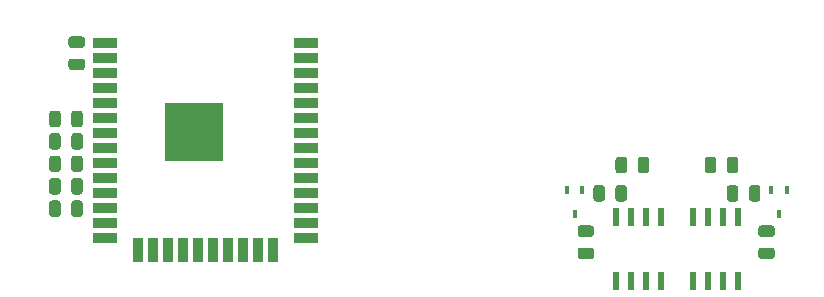
<source format=gtp>
G04 #@! TF.GenerationSoftware,KiCad,Pcbnew,(5.1.9-0-10_14)*
G04 #@! TF.CreationDate,2021-10-10T20:01:09+11:00*
G04 #@! TF.ProjectId,Control Board,436f6e74-726f-46c2-9042-6f6172642e6b,rev?*
G04 #@! TF.SameCoordinates,Original*
G04 #@! TF.FileFunction,Paste,Top*
G04 #@! TF.FilePolarity,Positive*
%FSLAX46Y46*%
G04 Gerber Fmt 4.6, Leading zero omitted, Abs format (unit mm)*
G04 Created by KiCad (PCBNEW (5.1.9-0-10_14)) date 2021-10-10 20:01:09*
%MOMM*%
%LPD*%
G01*
G04 APERTURE LIST*
%ADD10R,2.000000X0.900000*%
%ADD11R,0.900000X2.000000*%
%ADD12R,5.000000X5.000000*%
%ADD13R,0.450000X0.700000*%
%ADD14R,0.600000X1.550000*%
G04 APERTURE END LIST*
D10*
X98400000Y-118790000D03*
X98400000Y-120060000D03*
X98400000Y-121330000D03*
X98400000Y-122600000D03*
X98400000Y-123870000D03*
X98400000Y-125140000D03*
X98400000Y-126410000D03*
X98400000Y-127680000D03*
X98400000Y-128950000D03*
X98400000Y-130220000D03*
X98400000Y-131490000D03*
X98400000Y-132760000D03*
X98400000Y-134030000D03*
X98400000Y-135300000D03*
D11*
X95615000Y-136300000D03*
X94345000Y-136300000D03*
X93075000Y-136300000D03*
X91805000Y-136300000D03*
X90535000Y-136300000D03*
X89265000Y-136300000D03*
X87995000Y-136300000D03*
X86725000Y-136300000D03*
X85455000Y-136300000D03*
X84185000Y-136300000D03*
D10*
X81400000Y-135300000D03*
X81400000Y-134030000D03*
X81400000Y-132760000D03*
X81400000Y-131490000D03*
X81400000Y-130220000D03*
X81400000Y-128950000D03*
X81400000Y-127680000D03*
X81400000Y-126410000D03*
X81400000Y-125140000D03*
X81400000Y-123870000D03*
X81400000Y-122600000D03*
X81400000Y-121330000D03*
X81400000Y-120060000D03*
X81400000Y-118790000D03*
D12*
X88900000Y-126290000D03*
G36*
G01*
X78537500Y-125656250D02*
X78537500Y-124743750D01*
G75*
G02*
X78781250Y-124500000I243750J0D01*
G01*
X79268750Y-124500000D01*
G75*
G02*
X79512500Y-124743750I0J-243750D01*
G01*
X79512500Y-125656250D01*
G75*
G02*
X79268750Y-125900000I-243750J0D01*
G01*
X78781250Y-125900000D01*
G75*
G02*
X78537500Y-125656250I0J243750D01*
G01*
G37*
G36*
G01*
X76662500Y-125656250D02*
X76662500Y-124743750D01*
G75*
G02*
X76906250Y-124500000I243750J0D01*
G01*
X77393750Y-124500000D01*
G75*
G02*
X77637500Y-124743750I0J-243750D01*
G01*
X77637500Y-125656250D01*
G75*
G02*
X77393750Y-125900000I-243750J0D01*
G01*
X76906250Y-125900000D01*
G75*
G02*
X76662500Y-125656250I0J243750D01*
G01*
G37*
G36*
G01*
X135912500Y-131956250D02*
X135912500Y-131043750D01*
G75*
G02*
X136156250Y-130800000I243750J0D01*
G01*
X136643750Y-130800000D01*
G75*
G02*
X136887500Y-131043750I0J-243750D01*
G01*
X136887500Y-131956250D01*
G75*
G02*
X136643750Y-132200000I-243750J0D01*
G01*
X136156250Y-132200000D01*
G75*
G02*
X135912500Y-131956250I0J243750D01*
G01*
G37*
G36*
G01*
X134037500Y-131956250D02*
X134037500Y-131043750D01*
G75*
G02*
X134281250Y-130800000I243750J0D01*
G01*
X134768750Y-130800000D01*
G75*
G02*
X135012500Y-131043750I0J-243750D01*
G01*
X135012500Y-131956250D01*
G75*
G02*
X134768750Y-132200000I-243750J0D01*
G01*
X134281250Y-132200000D01*
G75*
G02*
X134037500Y-131956250I0J243750D01*
G01*
G37*
G36*
G01*
X133137500Y-128643750D02*
X133137500Y-129556250D01*
G75*
G02*
X132893750Y-129800000I-243750J0D01*
G01*
X132406250Y-129800000D01*
G75*
G02*
X132162500Y-129556250I0J243750D01*
G01*
X132162500Y-128643750D01*
G75*
G02*
X132406250Y-128400000I243750J0D01*
G01*
X132893750Y-128400000D01*
G75*
G02*
X133137500Y-128643750I0J-243750D01*
G01*
G37*
G36*
G01*
X135012500Y-128643750D02*
X135012500Y-129556250D01*
G75*
G02*
X134768750Y-129800000I-243750J0D01*
G01*
X134281250Y-129800000D01*
G75*
G02*
X134037500Y-129556250I0J243750D01*
G01*
X134037500Y-128643750D01*
G75*
G02*
X134281250Y-128400000I243750J0D01*
G01*
X134768750Y-128400000D01*
G75*
G02*
X135012500Y-128643750I0J-243750D01*
G01*
G37*
G36*
G01*
X137856250Y-135187500D02*
X136943750Y-135187500D01*
G75*
G02*
X136700000Y-134943750I0J243750D01*
G01*
X136700000Y-134456250D01*
G75*
G02*
X136943750Y-134212500I243750J0D01*
G01*
X137856250Y-134212500D01*
G75*
G02*
X138100000Y-134456250I0J-243750D01*
G01*
X138100000Y-134943750D01*
G75*
G02*
X137856250Y-135187500I-243750J0D01*
G01*
G37*
G36*
G01*
X137856250Y-137062500D02*
X136943750Y-137062500D01*
G75*
G02*
X136700000Y-136818750I0J243750D01*
G01*
X136700000Y-136331250D01*
G75*
G02*
X136943750Y-136087500I243750J0D01*
G01*
X137856250Y-136087500D01*
G75*
G02*
X138100000Y-136331250I0J-243750D01*
G01*
X138100000Y-136818750D01*
G75*
G02*
X137856250Y-137062500I-243750J0D01*
G01*
G37*
G36*
G01*
X122556250Y-135187500D02*
X121643750Y-135187500D01*
G75*
G02*
X121400000Y-134943750I0J243750D01*
G01*
X121400000Y-134456250D01*
G75*
G02*
X121643750Y-134212500I243750J0D01*
G01*
X122556250Y-134212500D01*
G75*
G02*
X122800000Y-134456250I0J-243750D01*
G01*
X122800000Y-134943750D01*
G75*
G02*
X122556250Y-135187500I-243750J0D01*
G01*
G37*
G36*
G01*
X122556250Y-137062500D02*
X121643750Y-137062500D01*
G75*
G02*
X121400000Y-136818750I0J243750D01*
G01*
X121400000Y-136331250D01*
G75*
G02*
X121643750Y-136087500I243750J0D01*
G01*
X122556250Y-136087500D01*
G75*
G02*
X122800000Y-136331250I0J-243750D01*
G01*
X122800000Y-136818750D01*
G75*
G02*
X122556250Y-137062500I-243750J0D01*
G01*
G37*
G36*
G01*
X126487500Y-129556250D02*
X126487500Y-128643750D01*
G75*
G02*
X126731250Y-128400000I243750J0D01*
G01*
X127218750Y-128400000D01*
G75*
G02*
X127462500Y-128643750I0J-243750D01*
G01*
X127462500Y-129556250D01*
G75*
G02*
X127218750Y-129800000I-243750J0D01*
G01*
X126731250Y-129800000D01*
G75*
G02*
X126487500Y-129556250I0J243750D01*
G01*
G37*
G36*
G01*
X124612500Y-129556250D02*
X124612500Y-128643750D01*
G75*
G02*
X124856250Y-128400000I243750J0D01*
G01*
X125343750Y-128400000D01*
G75*
G02*
X125587500Y-128643750I0J-243750D01*
G01*
X125587500Y-129556250D01*
G75*
G02*
X125343750Y-129800000I-243750J0D01*
G01*
X124856250Y-129800000D01*
G75*
G02*
X124612500Y-129556250I0J243750D01*
G01*
G37*
G36*
G01*
X124612500Y-131956250D02*
X124612500Y-131043750D01*
G75*
G02*
X124856250Y-130800000I243750J0D01*
G01*
X125343750Y-130800000D01*
G75*
G02*
X125587500Y-131043750I0J-243750D01*
G01*
X125587500Y-131956250D01*
G75*
G02*
X125343750Y-132200000I-243750J0D01*
G01*
X124856250Y-132200000D01*
G75*
G02*
X124612500Y-131956250I0J243750D01*
G01*
G37*
G36*
G01*
X122737500Y-131956250D02*
X122737500Y-131043750D01*
G75*
G02*
X122981250Y-130800000I243750J0D01*
G01*
X123468750Y-130800000D01*
G75*
G02*
X123712500Y-131043750I0J-243750D01*
G01*
X123712500Y-131956250D01*
G75*
G02*
X123468750Y-132200000I-243750J0D01*
G01*
X122981250Y-132200000D01*
G75*
G02*
X122737500Y-131956250I0J243750D01*
G01*
G37*
G36*
G01*
X78537500Y-129456250D02*
X78537500Y-128543750D01*
G75*
G02*
X78781250Y-128300000I243750J0D01*
G01*
X79268750Y-128300000D01*
G75*
G02*
X79512500Y-128543750I0J-243750D01*
G01*
X79512500Y-129456250D01*
G75*
G02*
X79268750Y-129700000I-243750J0D01*
G01*
X78781250Y-129700000D01*
G75*
G02*
X78537500Y-129456250I0J243750D01*
G01*
G37*
G36*
G01*
X76662500Y-129456250D02*
X76662500Y-128543750D01*
G75*
G02*
X76906250Y-128300000I243750J0D01*
G01*
X77393750Y-128300000D01*
G75*
G02*
X77637500Y-128543750I0J-243750D01*
G01*
X77637500Y-129456250D01*
G75*
G02*
X77393750Y-129700000I-243750J0D01*
G01*
X76906250Y-129700000D01*
G75*
G02*
X76662500Y-129456250I0J243750D01*
G01*
G37*
G36*
G01*
X78537500Y-127556250D02*
X78537500Y-126643750D01*
G75*
G02*
X78781250Y-126400000I243750J0D01*
G01*
X79268750Y-126400000D01*
G75*
G02*
X79512500Y-126643750I0J-243750D01*
G01*
X79512500Y-127556250D01*
G75*
G02*
X79268750Y-127800000I-243750J0D01*
G01*
X78781250Y-127800000D01*
G75*
G02*
X78537500Y-127556250I0J243750D01*
G01*
G37*
G36*
G01*
X76662500Y-127556250D02*
X76662500Y-126643750D01*
G75*
G02*
X76906250Y-126400000I243750J0D01*
G01*
X77393750Y-126400000D01*
G75*
G02*
X77637500Y-126643750I0J-243750D01*
G01*
X77637500Y-127556250D01*
G75*
G02*
X77393750Y-127800000I-243750J0D01*
G01*
X76906250Y-127800000D01*
G75*
G02*
X76662500Y-127556250I0J243750D01*
G01*
G37*
G36*
G01*
X78537500Y-133256250D02*
X78537500Y-132343750D01*
G75*
G02*
X78781250Y-132100000I243750J0D01*
G01*
X79268750Y-132100000D01*
G75*
G02*
X79512500Y-132343750I0J-243750D01*
G01*
X79512500Y-133256250D01*
G75*
G02*
X79268750Y-133500000I-243750J0D01*
G01*
X78781250Y-133500000D01*
G75*
G02*
X78537500Y-133256250I0J243750D01*
G01*
G37*
G36*
G01*
X76662500Y-133256250D02*
X76662500Y-132343750D01*
G75*
G02*
X76906250Y-132100000I243750J0D01*
G01*
X77393750Y-132100000D01*
G75*
G02*
X77637500Y-132343750I0J-243750D01*
G01*
X77637500Y-133256250D01*
G75*
G02*
X77393750Y-133500000I-243750J0D01*
G01*
X76906250Y-133500000D01*
G75*
G02*
X76662500Y-133256250I0J243750D01*
G01*
G37*
G36*
G01*
X79456250Y-119187500D02*
X78543750Y-119187500D01*
G75*
G02*
X78300000Y-118943750I0J243750D01*
G01*
X78300000Y-118456250D01*
G75*
G02*
X78543750Y-118212500I243750J0D01*
G01*
X79456250Y-118212500D01*
G75*
G02*
X79700000Y-118456250I0J-243750D01*
G01*
X79700000Y-118943750D01*
G75*
G02*
X79456250Y-119187500I-243750J0D01*
G01*
G37*
G36*
G01*
X79456250Y-121062500D02*
X78543750Y-121062500D01*
G75*
G02*
X78300000Y-120818750I0J243750D01*
G01*
X78300000Y-120331250D01*
G75*
G02*
X78543750Y-120087500I243750J0D01*
G01*
X79456250Y-120087500D01*
G75*
G02*
X79700000Y-120331250I0J-243750D01*
G01*
X79700000Y-120818750D01*
G75*
G02*
X79456250Y-121062500I-243750J0D01*
G01*
G37*
D13*
X138450000Y-133250000D03*
X137800000Y-131250000D03*
X139100000Y-131250000D03*
X121150000Y-133250000D03*
X120500000Y-131250000D03*
X121800000Y-131250000D03*
D14*
X134970000Y-133500000D03*
X133700000Y-133500000D03*
X132430000Y-133500000D03*
X131160000Y-133500000D03*
X131160000Y-138900000D03*
X132430000Y-138900000D03*
X133700000Y-138900000D03*
X134970000Y-138900000D03*
X128440000Y-138900000D03*
X127170000Y-138900000D03*
X125900000Y-138900000D03*
X124630000Y-138900000D03*
X124630000Y-133500000D03*
X125900000Y-133500000D03*
X127170000Y-133500000D03*
X128440000Y-133500000D03*
G36*
G01*
X76662500Y-131356250D02*
X76662500Y-130443750D01*
G75*
G02*
X76906250Y-130200000I243750J0D01*
G01*
X77393750Y-130200000D01*
G75*
G02*
X77637500Y-130443750I0J-243750D01*
G01*
X77637500Y-131356250D01*
G75*
G02*
X77393750Y-131600000I-243750J0D01*
G01*
X76906250Y-131600000D01*
G75*
G02*
X76662500Y-131356250I0J243750D01*
G01*
G37*
G36*
G01*
X78537500Y-131356250D02*
X78537500Y-130443750D01*
G75*
G02*
X78781250Y-130200000I243750J0D01*
G01*
X79268750Y-130200000D01*
G75*
G02*
X79512500Y-130443750I0J-243750D01*
G01*
X79512500Y-131356250D01*
G75*
G02*
X79268750Y-131600000I-243750J0D01*
G01*
X78781250Y-131600000D01*
G75*
G02*
X78537500Y-131356250I0J243750D01*
G01*
G37*
M02*

</source>
